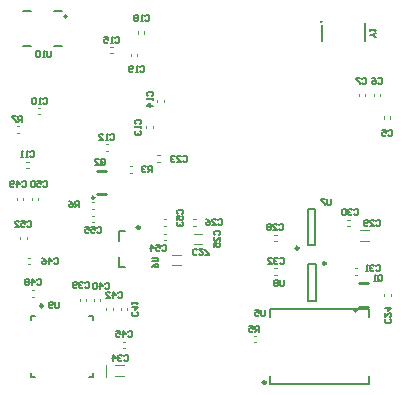
<source format=gbo>
%FSLAX24Y24*%
%MOIN*%
G70*
G01*
G75*
G04 Layer_Color=32896*
%ADD10C,0.0177*%
%ADD11C,0.0100*%
%ADD12C,0.0100*%
%ADD13R,0.0551X0.0453*%
%ADD14O,0.0177X0.0532*%
%ADD15R,0.0343X0.0343*%
%ADD16R,0.0157X0.0335*%
%ADD17O,0.0315X0.0079*%
%ADD18O,0.0079X0.0315*%
%ADD19R,0.2598X0.2598*%
%ADD20O,0.0295X0.0079*%
%ADD21R,0.1417X0.1417*%
%ADD22O,0.0079X0.0295*%
%ADD23O,0.0098X0.0276*%
%ADD24O,0.0276X0.0098*%
%ADD25R,0.0118X0.0193*%
%ADD26R,0.0118X0.0205*%
%ADD27R,0.0138X0.0217*%
%ADD28R,0.0157X0.0532*%
%ADD29R,0.0748X0.0630*%
%ADD30R,0.0630X0.0551*%
%ADD31R,0.0335X0.0374*%
%ADD32R,0.0335X0.0118*%
%ADD33R,0.0217X0.0098*%
%ADD34R,0.0197X0.0354*%
%ADD35R,0.0177X0.0177*%
%ADD36R,0.0157X0.0236*%
%ADD37R,0.0138X0.0157*%
%ADD38R,0.0335X0.0157*%
%ADD39R,0.0236X0.0157*%
%ADD40R,0.0354X0.0197*%
%ADD41C,0.0080*%
%ADD42C,0.0200*%
%ADD43C,0.1260*%
%ADD44C,0.0630*%
%ADD45C,0.0260*%
%ADD46C,0.0300*%
%ADD47C,0.0340*%
%ADD48C,0.0500*%
%ADD49C,0.0240*%
%ADD50C,0.0290*%
%ADD51R,0.2362X0.1890*%
%ADD52O,0.0315X0.0157*%
%ADD53R,0.0394X0.0217*%
%ADD54R,0.0512X0.0217*%
%ADD55R,0.0591X0.0236*%
%ADD56R,0.0354X0.0276*%
%ADD57R,0.0197X0.0315*%
%ADD58O,0.0098X0.0315*%
%ADD59O,0.0315X0.0098*%
%ADD60R,0.1299X0.1299*%
%ADD61R,0.0098X0.0138*%
%ADD62R,0.0187X0.0098*%
%ADD63C,0.0150*%
%ADD64C,0.0098*%
%ADD65C,0.0039*%
%ADD66C,0.0079*%
%ADD67C,0.0050*%
%ADD68C,0.0040*%
%ADD69R,0.0611X0.0513*%
%ADD70O,0.0237X0.0592*%
%ADD71R,0.0606X0.0606*%
%ADD72R,0.0217X0.0395*%
%ADD73O,0.0375X0.0139*%
%ADD74O,0.0139X0.0375*%
%ADD75R,0.2658X0.2658*%
%ADD76O,0.0355X0.0139*%
%ADD77R,0.1477X0.1477*%
%ADD78O,0.0139X0.0355*%
%ADD79O,0.0158X0.0336*%
%ADD80O,0.0336X0.0158*%
%ADD81R,0.0178X0.0253*%
%ADD82R,0.0178X0.0265*%
%ADD83R,0.0198X0.0277*%
%ADD84R,0.0236X0.0610*%
%ADD85R,0.0827X0.0709*%
%ADD86R,0.0709X0.0630*%
%ADD87R,0.0395X0.0434*%
%ADD88R,0.0395X0.0178*%
%ADD89R,0.0277X0.0158*%
%ADD90R,0.0257X0.0414*%
%ADD91R,0.0237X0.0237*%
%ADD92R,0.0217X0.0296*%
%ADD93R,0.0198X0.0217*%
%ADD94R,0.0395X0.0217*%
%ADD95R,0.0296X0.0217*%
%ADD96R,0.0414X0.0257*%
%ADD97C,0.1320*%
%ADD98C,0.0690*%
%ADD99C,0.0400*%
%ADD100R,0.2422X0.1950*%
%ADD101O,0.0375X0.0217*%
%ADD102R,0.0454X0.0277*%
%ADD103R,0.0572X0.0277*%
%ADD104R,0.0651X0.0296*%
%ADD105R,0.0414X0.0336*%
%ADD106R,0.0257X0.0375*%
%ADD107O,0.0158X0.0375*%
%ADD108O,0.0375X0.0158*%
%ADD109R,0.1359X0.1359*%
%ADD110R,0.0158X0.0198*%
%ADD111R,0.0247X0.0158*%
%ADD112C,0.0060*%
D11*
X5174Y-3822D02*
G03*
X5174Y-3822I-39J0D01*
G01*
X4002Y5784D02*
G03*
X4002Y5784I-14J0D01*
G01*
X-4494Y5964D02*
G03*
X-4494Y5964I-28J0D01*
G01*
X-3566Y-82D02*
G03*
X-3566Y-82I-39J0D01*
G01*
X5253Y-2916D02*
X5567D01*
X5253Y-3704D02*
X5567D01*
X-3487Y824D02*
X-3173D01*
X-3487Y36D02*
X-3173D01*
D64*
X2149Y-6241D02*
G03*
X2149Y-6241I-49J0D01*
G01*
X3247Y-1759D02*
G03*
X3247Y-1759I-49J0D01*
G01*
X4153Y-2260D02*
G03*
X4153Y-2260I-49J0D01*
G01*
X-2047Y-1071D02*
G03*
X-2047Y-1071I-49J0D01*
G01*
X-5280Y-3682D02*
G03*
X-5280Y-3682I-49J0D01*
G01*
D65*
X-2858Y-5663D02*
X-2582D01*
X-2858Y-6007D02*
X-2582D01*
X-3170Y-6040D02*
Y-5640D01*
X-248Y-1273D02*
X28D01*
X-248Y-1617D02*
X28D01*
X-6139Y2092D02*
X-6061D01*
X-6139Y2308D02*
X-6061D01*
X-3649Y-438D02*
X-3571D01*
X-3649Y-222D02*
X-3571D01*
X1761Y-4898D02*
X1839D01*
X1761Y-4682D02*
X1839D01*
X-2389Y752D02*
X-2311D01*
X-2389Y968D02*
X-2311D01*
X-3649Y-682D02*
X-3571D01*
X-3649Y-898D02*
X-3571D01*
X-1249Y-1498D02*
X-1171D01*
X-1249Y-1282D02*
X-1171D01*
X-1249Y-1018D02*
X-1171D01*
X-1249Y-802D02*
X-1171D01*
X-5812Y-1449D02*
Y-1371D01*
X-6028Y-1449D02*
Y-1371D01*
X-5432Y-149D02*
Y-71D01*
X-5648Y-149D02*
Y-71D01*
X-5932Y-149D02*
Y-71D01*
X-6148Y-149D02*
Y-71D01*
X-5639Y-3378D02*
X-5561D01*
X-5639Y-3162D02*
X-5561D01*
X-5779Y-2288D02*
X-5701D01*
X-5779Y-2072D02*
X-5701D01*
X-2619Y-4872D02*
X-2541D01*
X-2619Y-5088D02*
X-2541D01*
X-2952Y-3819D02*
Y-3741D01*
X-3168Y-3819D02*
Y-3741D01*
X-2462Y-3819D02*
Y-3741D01*
X-2678Y-3819D02*
Y-3741D01*
X-3372Y-3529D02*
Y-3451D01*
X-3588Y-3529D02*
Y-3451D01*
X-3832Y-3529D02*
Y-3451D01*
X-4048Y-3529D02*
Y-3451D01*
X2441Y-2422D02*
X2519D01*
X2441Y-2638D02*
X2519D01*
X5121D02*
X5199D01*
X5121Y-2422D02*
X5199D01*
X4871Y-1028D02*
X4949D01*
X4871Y-812D02*
X4949D01*
X5302Y-1163D02*
X5578D01*
X5302Y-1507D02*
X5578D01*
X2431Y-1312D02*
X2509D01*
X2431Y-1528D02*
X2509D01*
X-958Y-1977D02*
X-682D01*
X-958Y-2321D02*
X-682D01*
X-269Y-1018D02*
X-191D01*
X-269Y-802D02*
X-191D01*
X6102Y-3359D02*
Y-3281D01*
X6318Y-3359D02*
Y-3281D01*
X-1469Y1122D02*
X-1391D01*
X-1469Y1338D02*
X-1391D01*
X-2348Y4651D02*
Y4729D01*
X-2132Y4651D02*
Y4729D01*
X-1892Y5391D02*
Y5469D01*
X-2108Y5391D02*
Y5469D01*
X-3029Y4948D02*
X-2951D01*
X-3029Y4732D02*
X-2951D01*
X-1458Y3101D02*
Y3179D01*
X-1242Y3101D02*
Y3179D01*
X-1838Y2241D02*
Y2319D01*
X-1622Y2241D02*
Y2319D01*
X-3179Y1482D02*
X-3101D01*
X-3179Y1698D02*
X-3101D01*
X-5829Y1118D02*
X-5751D01*
X-5829Y902D02*
X-5751D01*
X-5439Y2712D02*
X-5361D01*
X-5439Y2928D02*
X-5361D01*
X5252Y3301D02*
Y3379D01*
X5468Y3301D02*
Y3379D01*
X5752Y3301D02*
Y3379D01*
X5968Y3301D02*
Y3379D01*
X6092Y2561D02*
Y2639D01*
X6308Y2561D02*
Y2639D01*
D66*
X2296Y-6300D02*
Y-6026D01*
Y-6300D02*
X3964D01*
X2296Y-4054D02*
Y-3780D01*
X3964D01*
X3936D02*
X5604D01*
Y-4054D02*
Y-3780D01*
Y-6300D02*
Y-6026D01*
X3936Y-6300D02*
X5604D01*
X3788Y-1651D02*
Y-469D01*
X3552Y-1651D02*
Y-469D01*
X3788D01*
X3552Y-1651D02*
X3788D01*
X3552Y-3520D02*
Y-2300D01*
X3828Y-3520D02*
Y-2300D01*
X3552Y-3520D02*
X3828D01*
X3552Y-2300D02*
X3828D01*
X-2746Y-1189D02*
X-2549D01*
X-2746Y-1504D02*
Y-1189D01*
Y-2371D02*
X-2549D01*
X-2746D02*
Y-2056D01*
X-5664Y-6064D02*
Y-5936D01*
Y-6064D02*
X-5536D01*
X-3616D02*
Y-5936D01*
X-3744Y-6064D02*
X-3616D01*
Y-4144D02*
Y-4016D01*
X-3744D02*
X-3616D01*
X-5664Y-4144D02*
Y-4016D01*
X-5536D01*
D67*
X4031Y5145D02*
Y5686D01*
X5469Y5145D02*
Y5735D01*
X2120Y-3820D02*
Y-3987D01*
X2087Y-4020D01*
X2020D01*
X1987Y-3987D01*
Y-3820D01*
X1787D02*
X1920D01*
Y-3920D01*
X1853Y-3887D01*
X1820D01*
X1787Y-3920D01*
Y-3987D01*
X1820Y-4020D01*
X1887D01*
X1920Y-3987D01*
X4340Y-110D02*
Y-277D01*
X4307Y-310D01*
X4240D01*
X4207Y-277D01*
Y-110D01*
X4140D02*
X4007D01*
Y-143D01*
X4140Y-277D01*
Y-310D01*
X2760Y-2820D02*
Y-2987D01*
X2727Y-3020D01*
X2660D01*
X2627Y-2987D01*
Y-2820D01*
X2560Y-2853D02*
X2527Y-2820D01*
X2460D01*
X2427Y-2853D01*
Y-2887D01*
X2460Y-2920D01*
X2427Y-2953D01*
Y-2987D01*
X2460Y-3020D01*
X2527D01*
X2560Y-2987D01*
Y-2953D01*
X2527Y-2920D01*
X2560Y-2887D01*
Y-2853D01*
X2527Y-2920D02*
X2460D01*
X-1630Y-2070D02*
X-1463D01*
X-1430Y-2103D01*
Y-2170D01*
X-1463Y-2203D01*
X-1630D01*
Y-2403D02*
X-1597Y-2337D01*
X-1530Y-2270D01*
X-1463D01*
X-1430Y-2303D01*
Y-2370D01*
X-1463Y-2403D01*
X-1497D01*
X-1530Y-2370D01*
Y-2270D01*
X5897Y-2810D02*
Y-2677D01*
X5930Y-2644D01*
X5997D01*
X6030Y-2677D01*
Y-2810D01*
X5997Y-2844D01*
X5930D01*
X5963Y-2777D02*
X5897Y-2844D01*
X5930D02*
X5897Y-2810D01*
X5830Y-2844D02*
X5763D01*
X5797D01*
Y-2644D01*
X5830Y-2677D01*
X5810Y5280D02*
X5777D01*
X5710Y5347D01*
X5777Y5413D01*
X5810D01*
X5710Y5347D02*
X5610D01*
Y5480D02*
Y5547D01*
Y5513D01*
X5810D01*
X5777Y5480D01*
X-4740Y-3560D02*
Y-3727D01*
X-4773Y-3760D01*
X-4840D01*
X-4873Y-3727D01*
Y-3560D01*
X-4940Y-3727D02*
X-4973Y-3760D01*
X-5040D01*
X-5073Y-3727D01*
Y-3593D01*
X-5040Y-3560D01*
X-4973D01*
X-4940Y-3593D01*
Y-3627D01*
X-4973Y-3660D01*
X-5073D01*
X-5020Y4830D02*
Y4663D01*
X-5053Y4630D01*
X-5120D01*
X-5153Y4663D01*
Y4830D01*
X-5220Y4630D02*
X-5287D01*
X-5253D01*
Y4830D01*
X-5220Y4797D01*
X-5387D02*
X-5420Y4830D01*
X-5487D01*
X-5520Y4797D01*
Y4663D01*
X-5487Y4630D01*
X-5420D01*
X-5387Y4663D01*
Y4797D01*
X-2573Y-5363D02*
X-2540Y-5330D01*
X-2473D01*
X-2440Y-5363D01*
Y-5497D01*
X-2473Y-5530D01*
X-2540D01*
X-2573Y-5497D01*
X-2640Y-5363D02*
X-2673Y-5330D01*
X-2740D01*
X-2773Y-5363D01*
Y-5397D01*
X-2740Y-5430D01*
X-2707D01*
X-2740D01*
X-2773Y-5463D01*
Y-5497D01*
X-2740Y-5530D01*
X-2673D01*
X-2640Y-5497D01*
X-2940Y-5530D02*
Y-5330D01*
X-2840Y-5430D01*
X-2973D01*
X463Y-1313D02*
X430Y-1280D01*
Y-1213D01*
X463Y-1180D01*
X597D01*
X630Y-1213D01*
Y-1280D01*
X597Y-1313D01*
X630Y-1513D02*
Y-1380D01*
X497Y-1513D01*
X463D01*
X430Y-1480D01*
Y-1413D01*
X463Y-1380D01*
X430Y-1713D02*
Y-1580D01*
X530D01*
X497Y-1647D01*
Y-1680D01*
X530Y-1713D01*
X597D01*
X630Y-1680D01*
Y-1613D01*
X597Y-1580D01*
X-5980Y2440D02*
Y2640D01*
X-6080D01*
X-6113Y2607D01*
Y2540D01*
X-6080Y2507D01*
X-5980D01*
X-6047D02*
X-6113Y2440D01*
X-6180Y2640D02*
X-6313D01*
Y2607D01*
X-6180Y2473D01*
Y2440D01*
X-4080Y-400D02*
Y-200D01*
X-4180D01*
X-4213Y-233D01*
Y-300D01*
X-4180Y-333D01*
X-4080D01*
X-4147D02*
X-4213Y-400D01*
X-4413Y-200D02*
X-4347Y-233D01*
X-4280Y-300D01*
Y-367D01*
X-4313Y-400D01*
X-4380D01*
X-4413Y-367D01*
Y-333D01*
X-4380Y-300D01*
X-4280D01*
X1940Y-4540D02*
Y-4340D01*
X1840D01*
X1807Y-4373D01*
Y-4440D01*
X1840Y-4473D01*
X1940D01*
X1873D02*
X1807Y-4540D01*
X1607Y-4340D02*
X1740D01*
Y-4440D01*
X1673Y-4407D01*
X1640D01*
X1607Y-4440D01*
Y-4507D01*
X1640Y-4540D01*
X1707D01*
X1740Y-4507D01*
X-1630Y780D02*
Y980D01*
X-1730D01*
X-1763Y947D01*
Y880D01*
X-1730Y847D01*
X-1630D01*
X-1697D02*
X-1763Y780D01*
X-1830Y947D02*
X-1863Y980D01*
X-1930D01*
X-1963Y947D01*
Y913D01*
X-1930Y880D01*
X-1897D01*
X-1930D01*
X-1963Y847D01*
Y813D01*
X-1930Y780D01*
X-1863D01*
X-1830Y813D01*
X-3333Y1063D02*
Y1197D01*
X-3300Y1230D01*
X-3233D01*
X-3200Y1197D01*
Y1063D01*
X-3233Y1030D01*
X-3300D01*
X-3267Y1097D02*
X-3333Y1030D01*
X-3300D02*
X-3333Y1063D01*
X-3533Y1030D02*
X-3400D01*
X-3533Y1163D01*
Y1197D01*
X-3500Y1230D01*
X-3433D01*
X-3400Y1197D01*
X-3483Y-1093D02*
X-3450Y-1060D01*
X-3383D01*
X-3350Y-1093D01*
Y-1227D01*
X-3383Y-1260D01*
X-3450D01*
X-3483Y-1227D01*
X-3683Y-1060D02*
X-3550D01*
Y-1160D01*
X-3617Y-1127D01*
X-3650D01*
X-3683Y-1160D01*
Y-1227D01*
X-3650Y-1260D01*
X-3583D01*
X-3550Y-1227D01*
X-3883Y-1060D02*
X-3750D01*
Y-1160D01*
X-3817Y-1127D01*
X-3850D01*
X-3883Y-1160D01*
Y-1227D01*
X-3850Y-1260D01*
X-3783D01*
X-3750Y-1227D01*
X-1293Y-1693D02*
X-1260Y-1660D01*
X-1193D01*
X-1160Y-1693D01*
Y-1827D01*
X-1193Y-1860D01*
X-1260D01*
X-1293Y-1827D01*
X-1493Y-1660D02*
X-1360D01*
Y-1760D01*
X-1427Y-1727D01*
X-1460D01*
X-1493Y-1760D01*
Y-1827D01*
X-1460Y-1860D01*
X-1393D01*
X-1360Y-1827D01*
X-1660Y-1860D02*
Y-1660D01*
X-1560Y-1760D01*
X-1693D01*
X-777Y-633D02*
X-810Y-600D01*
Y-533D01*
X-777Y-500D01*
X-643D01*
X-610Y-533D01*
Y-600D01*
X-643Y-633D01*
X-810Y-833D02*
Y-700D01*
X-710D01*
X-743Y-767D01*
Y-800D01*
X-710Y-833D01*
X-643D01*
X-610Y-800D01*
Y-733D01*
X-643Y-700D01*
X-777Y-900D02*
X-810Y-933D01*
Y-1000D01*
X-777Y-1033D01*
X-743D01*
X-710Y-1000D01*
Y-967D01*
Y-1000D01*
X-677Y-1033D01*
X-643D01*
X-610Y-1000D01*
Y-933D01*
X-643Y-900D01*
X-5803Y-873D02*
X-5770Y-840D01*
X-5703D01*
X-5670Y-873D01*
Y-1007D01*
X-5703Y-1040D01*
X-5770D01*
X-5803Y-1007D01*
X-6003Y-840D02*
X-5870D01*
Y-940D01*
X-5937Y-907D01*
X-5970D01*
X-6003Y-940D01*
Y-1007D01*
X-5970Y-1040D01*
X-5903D01*
X-5870Y-1007D01*
X-6203Y-1040D02*
X-6070D01*
X-6203Y-907D01*
Y-873D01*
X-6170Y-840D01*
X-6103D01*
X-6070Y-873D01*
X-5263Y437D02*
X-5230Y470D01*
X-5163D01*
X-5130Y437D01*
Y303D01*
X-5163Y270D01*
X-5230D01*
X-5263Y303D01*
X-5463Y470D02*
X-5330D01*
Y370D01*
X-5397Y403D01*
X-5430D01*
X-5463Y370D01*
Y303D01*
X-5430Y270D01*
X-5363D01*
X-5330Y303D01*
X-5530Y437D02*
X-5563Y470D01*
X-5630D01*
X-5663Y437D01*
Y303D01*
X-5630Y270D01*
X-5563D01*
X-5530Y303D01*
Y437D01*
X-5963D02*
X-5930Y470D01*
X-5863D01*
X-5830Y437D01*
Y303D01*
X-5863Y270D01*
X-5930D01*
X-5963Y303D01*
X-6130Y270D02*
Y470D01*
X-6030Y370D01*
X-6163D01*
X-6230Y303D02*
X-6263Y270D01*
X-6330D01*
X-6363Y303D01*
Y437D01*
X-6330Y470D01*
X-6263D01*
X-6230Y437D01*
Y403D01*
X-6263Y370D01*
X-6363D01*
X-5463Y-2833D02*
X-5430Y-2800D01*
X-5363D01*
X-5330Y-2833D01*
Y-2967D01*
X-5363Y-3000D01*
X-5430D01*
X-5463Y-2967D01*
X-5630Y-3000D02*
Y-2800D01*
X-5530Y-2900D01*
X-5663D01*
X-5730Y-2833D02*
X-5763Y-2800D01*
X-5830D01*
X-5863Y-2833D01*
Y-2867D01*
X-5830Y-2900D01*
X-5863Y-2933D01*
Y-2967D01*
X-5830Y-3000D01*
X-5763D01*
X-5730Y-2967D01*
Y-2933D01*
X-5763Y-2900D01*
X-5730Y-2867D01*
Y-2833D01*
X-5763Y-2900D02*
X-5830D01*
X-4923Y-2113D02*
X-4890Y-2080D01*
X-4823D01*
X-4790Y-2113D01*
Y-2247D01*
X-4823Y-2280D01*
X-4890D01*
X-4923Y-2247D01*
X-5090Y-2280D02*
Y-2080D01*
X-4990Y-2180D01*
X-5123D01*
X-5323Y-2080D02*
X-5257Y-2113D01*
X-5190Y-2180D01*
Y-2247D01*
X-5223Y-2280D01*
X-5290D01*
X-5323Y-2247D01*
Y-2213D01*
X-5290Y-2180D01*
X-5190D01*
X-2453Y-4543D02*
X-2420Y-4510D01*
X-2353D01*
X-2320Y-4543D01*
Y-4677D01*
X-2353Y-4710D01*
X-2420D01*
X-2453Y-4677D01*
X-2620Y-4710D02*
Y-4510D01*
X-2520Y-4610D01*
X-2653D01*
X-2853Y-4510D02*
X-2720D01*
Y-4610D01*
X-2787Y-4577D01*
X-2820D01*
X-2853Y-4610D01*
Y-4677D01*
X-2820Y-4710D01*
X-2753D01*
X-2720Y-4677D01*
X-2773Y-3263D02*
X-2740Y-3230D01*
X-2673D01*
X-2640Y-3263D01*
Y-3397D01*
X-2673Y-3430D01*
X-2740D01*
X-2773Y-3397D01*
X-2940Y-3430D02*
Y-3230D01*
X-2840Y-3330D01*
X-2973D01*
X-3173Y-3430D02*
X-3040D01*
X-3173Y-3297D01*
Y-3263D01*
X-3140Y-3230D01*
X-3073D01*
X-3040Y-3263D01*
X-2153Y-3887D02*
X-2120Y-3920D01*
Y-3987D01*
X-2153Y-4020D01*
X-2287D01*
X-2320Y-3987D01*
Y-3920D01*
X-2287Y-3887D01*
X-2320Y-3720D02*
X-2120D01*
X-2220Y-3820D01*
Y-3687D01*
X-2320Y-3620D02*
Y-3553D01*
Y-3587D01*
X-2120D01*
X-2153Y-3620D01*
X-3193Y-2953D02*
X-3160Y-2920D01*
X-3093D01*
X-3060Y-2953D01*
Y-3087D01*
X-3093Y-3120D01*
X-3160D01*
X-3193Y-3087D01*
X-3360Y-3120D02*
Y-2920D01*
X-3260Y-3020D01*
X-3393D01*
X-3460Y-2953D02*
X-3493Y-2920D01*
X-3560D01*
X-3593Y-2953D01*
Y-3087D01*
X-3560Y-3120D01*
X-3493D01*
X-3460Y-3087D01*
Y-2953D01*
X-3883Y-2933D02*
X-3850Y-2900D01*
X-3783D01*
X-3750Y-2933D01*
Y-3067D01*
X-3783Y-3100D01*
X-3850D01*
X-3883Y-3067D01*
X-3950Y-2933D02*
X-3983Y-2900D01*
X-4050D01*
X-4083Y-2933D01*
Y-2967D01*
X-4050Y-3000D01*
X-4017D01*
X-4050D01*
X-4083Y-3033D01*
Y-3067D01*
X-4050Y-3100D01*
X-3983D01*
X-3950Y-3067D01*
X-4150D02*
X-4183Y-3100D01*
X-4250D01*
X-4283Y-3067D01*
Y-2933D01*
X-4250Y-2900D01*
X-4183D01*
X-4150Y-2933D01*
Y-2967D01*
X-4183Y-3000D01*
X-4283D01*
X2617Y-2103D02*
X2650Y-2070D01*
X2717D01*
X2750Y-2103D01*
Y-2237D01*
X2717Y-2270D01*
X2650D01*
X2617Y-2237D01*
X2550Y-2103D02*
X2517Y-2070D01*
X2450D01*
X2417Y-2103D01*
Y-2137D01*
X2450Y-2170D01*
X2483D01*
X2450D01*
X2417Y-2203D01*
Y-2237D01*
X2450Y-2270D01*
X2517D01*
X2550Y-2237D01*
X2217Y-2270D02*
X2350D01*
X2217Y-2137D01*
Y-2103D01*
X2250Y-2070D01*
X2317D01*
X2350Y-2103D01*
X5837Y-2353D02*
X5870Y-2320D01*
X5937D01*
X5970Y-2353D01*
Y-2487D01*
X5937Y-2520D01*
X5870D01*
X5837Y-2487D01*
X5770Y-2353D02*
X5737Y-2320D01*
X5670D01*
X5637Y-2353D01*
Y-2387D01*
X5670Y-2420D01*
X5703D01*
X5670D01*
X5637Y-2453D01*
Y-2487D01*
X5670Y-2520D01*
X5737D01*
X5770Y-2487D01*
X5570Y-2520D02*
X5503D01*
X5537D01*
Y-2320D01*
X5570Y-2353D01*
X5087Y-483D02*
X5120Y-450D01*
X5187D01*
X5220Y-483D01*
Y-617D01*
X5187Y-650D01*
X5120D01*
X5087Y-617D01*
X5020Y-483D02*
X4987Y-450D01*
X4920D01*
X4887Y-483D01*
Y-517D01*
X4920Y-550D01*
X4953D01*
X4920D01*
X4887Y-583D01*
Y-617D01*
X4920Y-650D01*
X4987D01*
X5020Y-617D01*
X4820Y-483D02*
X4787Y-450D01*
X4720D01*
X4687Y-483D01*
Y-617D01*
X4720Y-650D01*
X4787D01*
X4820Y-617D01*
Y-483D01*
X5827Y-863D02*
X5860Y-830D01*
X5927D01*
X5960Y-863D01*
Y-997D01*
X5927Y-1030D01*
X5860D01*
X5827Y-997D01*
X5627Y-1030D02*
X5760D01*
X5627Y-897D01*
Y-863D01*
X5660Y-830D01*
X5727D01*
X5760Y-863D01*
X5560Y-997D02*
X5527Y-1030D01*
X5460D01*
X5427Y-997D01*
Y-863D01*
X5460Y-830D01*
X5527D01*
X5560Y-863D01*
Y-897D01*
X5527Y-930D01*
X5427D01*
X2587Y-993D02*
X2620Y-960D01*
X2687D01*
X2720Y-993D01*
Y-1127D01*
X2687Y-1160D01*
X2620D01*
X2587Y-1127D01*
X2387Y-1160D02*
X2520D01*
X2387Y-1027D01*
Y-993D01*
X2420Y-960D01*
X2487D01*
X2520Y-993D01*
X2320D02*
X2287Y-960D01*
X2220D01*
X2187Y-993D01*
Y-1027D01*
X2220Y-1060D01*
X2187Y-1093D01*
Y-1127D01*
X2220Y-1160D01*
X2287D01*
X2320Y-1127D01*
Y-1093D01*
X2287Y-1060D01*
X2320Y-1027D01*
Y-993D01*
X2287Y-1060D02*
X2220D01*
X-157Y-1957D02*
X-190Y-1990D01*
X-257D01*
X-290Y-1957D01*
Y-1823D01*
X-257Y-1790D01*
X-190D01*
X-157Y-1823D01*
X43Y-1790D02*
X-90D01*
X43Y-1923D01*
Y-1957D01*
X10Y-1990D01*
X-57D01*
X-90Y-1957D01*
X110Y-1990D02*
X243D01*
Y-1957D01*
X110Y-1823D01*
Y-1790D01*
X547Y-833D02*
X580Y-800D01*
X647D01*
X680Y-833D01*
Y-967D01*
X647Y-1000D01*
X580D01*
X547Y-967D01*
X347Y-1000D02*
X480D01*
X347Y-867D01*
Y-833D01*
X380Y-800D01*
X447D01*
X480Y-833D01*
X147Y-800D02*
X213Y-833D01*
X280Y-900D01*
Y-967D01*
X247Y-1000D01*
X180D01*
X147Y-967D01*
Y-933D01*
X180Y-900D01*
X280D01*
X6287Y-4107D02*
X6320Y-4140D01*
Y-4207D01*
X6287Y-4240D01*
X6153D01*
X6120Y-4207D01*
Y-4140D01*
X6153Y-4107D01*
X6120Y-3907D02*
Y-4040D01*
X6253Y-3907D01*
X6287D01*
X6320Y-3940D01*
Y-4007D01*
X6287Y-4040D01*
X6120Y-3740D02*
X6320D01*
X6220Y-3840D01*
Y-3707D01*
X-623Y1297D02*
X-590Y1330D01*
X-523D01*
X-490Y1297D01*
Y1163D01*
X-523Y1130D01*
X-590D01*
X-623Y1163D01*
X-823Y1130D02*
X-690D01*
X-823Y1263D01*
Y1297D01*
X-790Y1330D01*
X-723D01*
X-690Y1297D01*
X-890D02*
X-923Y1330D01*
X-990D01*
X-1023Y1297D01*
Y1263D01*
X-990Y1230D01*
X-957D01*
X-990D01*
X-1023Y1197D01*
Y1163D01*
X-990Y1130D01*
X-923D01*
X-890Y1163D01*
X-2053Y4277D02*
X-2020Y4310D01*
X-1953D01*
X-1920Y4277D01*
Y4143D01*
X-1953Y4110D01*
X-2020D01*
X-2053Y4143D01*
X-2120Y4110D02*
X-2187D01*
X-2153D01*
Y4310D01*
X-2120Y4277D01*
X-2287Y4143D02*
X-2320Y4110D01*
X-2387D01*
X-2420Y4143D01*
Y4277D01*
X-2387Y4310D01*
X-2320D01*
X-2287Y4277D01*
Y4243D01*
X-2320Y4210D01*
X-2420D01*
X-1883Y5977D02*
X-1850Y6010D01*
X-1783D01*
X-1750Y5977D01*
Y5843D01*
X-1783Y5810D01*
X-1850D01*
X-1883Y5843D01*
X-1950Y5810D02*
X-2017D01*
X-1983D01*
Y6010D01*
X-1950Y5977D01*
X-2117D02*
X-2150Y6010D01*
X-2217D01*
X-2250Y5977D01*
Y5943D01*
X-2217Y5910D01*
X-2250Y5877D01*
Y5843D01*
X-2217Y5810D01*
X-2150D01*
X-2117Y5843D01*
Y5877D01*
X-2150Y5910D01*
X-2117Y5943D01*
Y5977D01*
X-2150Y5910D02*
X-2217D01*
X-2873Y5247D02*
X-2840Y5280D01*
X-2773D01*
X-2740Y5247D01*
Y5113D01*
X-2773Y5080D01*
X-2840D01*
X-2873Y5113D01*
X-2940Y5080D02*
X-3007D01*
X-2973D01*
Y5280D01*
X-2940Y5247D01*
X-3240Y5280D02*
X-3107D01*
Y5180D01*
X-3173Y5213D01*
X-3207D01*
X-3240Y5180D01*
Y5113D01*
X-3207Y5080D01*
X-3140D01*
X-3107Y5113D01*
X-1787Y3317D02*
X-1820Y3350D01*
Y3417D01*
X-1787Y3450D01*
X-1653D01*
X-1620Y3417D01*
Y3350D01*
X-1653Y3317D01*
X-1620Y3250D02*
Y3183D01*
Y3217D01*
X-1820D01*
X-1787Y3250D01*
X-1620Y2983D02*
X-1820D01*
X-1720Y3083D01*
Y2950D01*
X-2177Y2387D02*
X-2210Y2420D01*
Y2487D01*
X-2177Y2520D01*
X-2043D01*
X-2010Y2487D01*
Y2420D01*
X-2043Y2387D01*
X-2010Y2320D02*
Y2253D01*
Y2287D01*
X-2210D01*
X-2177Y2320D01*
Y2153D02*
X-2210Y2120D01*
Y2053D01*
X-2177Y2020D01*
X-2143D01*
X-2110Y2053D01*
Y2087D01*
Y2053D01*
X-2077Y2020D01*
X-2043D01*
X-2010Y2053D01*
Y2120D01*
X-2043Y2153D01*
X-3043Y2027D02*
X-3010Y2060D01*
X-2943D01*
X-2910Y2027D01*
Y1893D01*
X-2943Y1860D01*
X-3010D01*
X-3043Y1893D01*
X-3110Y1860D02*
X-3177D01*
X-3143D01*
Y2060D01*
X-3110Y2027D01*
X-3410Y1860D02*
X-3277D01*
X-3410Y1993D01*
Y2027D01*
X-3377Y2060D01*
X-3310D01*
X-3277Y2027D01*
X-5723Y1437D02*
X-5690Y1470D01*
X-5623D01*
X-5590Y1437D01*
Y1303D01*
X-5623Y1270D01*
X-5690D01*
X-5723Y1303D01*
X-5790Y1270D02*
X-5857D01*
X-5823D01*
Y1470D01*
X-5790Y1437D01*
X-5957Y1270D02*
X-6023D01*
X-5990D01*
Y1470D01*
X-5957Y1437D01*
X-5283Y3207D02*
X-5250Y3240D01*
X-5183D01*
X-5150Y3207D01*
Y3073D01*
X-5183Y3040D01*
X-5250D01*
X-5283Y3073D01*
X-5350Y3040D02*
X-5417D01*
X-5383D01*
Y3240D01*
X-5350Y3207D01*
X-5517D02*
X-5550Y3240D01*
X-5617D01*
X-5650Y3207D01*
Y3073D01*
X-5617Y3040D01*
X-5550D01*
X-5517Y3073D01*
Y3207D01*
X5347Y3877D02*
X5380Y3910D01*
X5447D01*
X5480Y3877D01*
Y3743D01*
X5447Y3710D01*
X5380D01*
X5347Y3743D01*
X5280Y3910D02*
X5147D01*
Y3877D01*
X5280Y3743D01*
Y3710D01*
X5877Y3897D02*
X5910Y3930D01*
X5977D01*
X6010Y3897D01*
Y3763D01*
X5977Y3730D01*
X5910D01*
X5877Y3763D01*
X5677Y3930D02*
X5743Y3897D01*
X5810Y3830D01*
Y3763D01*
X5777Y3730D01*
X5710D01*
X5677Y3763D01*
Y3797D01*
X5710Y3830D01*
X5810D01*
X6237Y2147D02*
X6270Y2180D01*
X6337D01*
X6370Y2147D01*
Y2013D01*
X6337Y1980D01*
X6270D01*
X6237Y2013D01*
X6037Y2180D02*
X6170D01*
Y2080D01*
X6103Y2113D01*
X6070D01*
X6037Y2080D01*
Y2013D01*
X6070Y1980D01*
X6137D01*
X6170Y2013D01*
D112*
X-5930Y6161D02*
X-5666D01*
X-5930Y4979D02*
X-5666D01*
X-4914D02*
X-4650D01*
X-4914Y6161D02*
X-4650D01*
M02*

</source>
